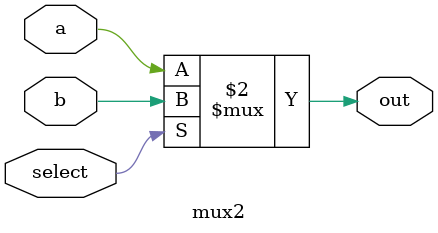
<source format=v>
module mux2(
    a,
    b,
    select,
    out
);
    input a;
    input b;
    input select;
    output out;
    assign out = (select == 0)?a:b;
endmodule
</source>
